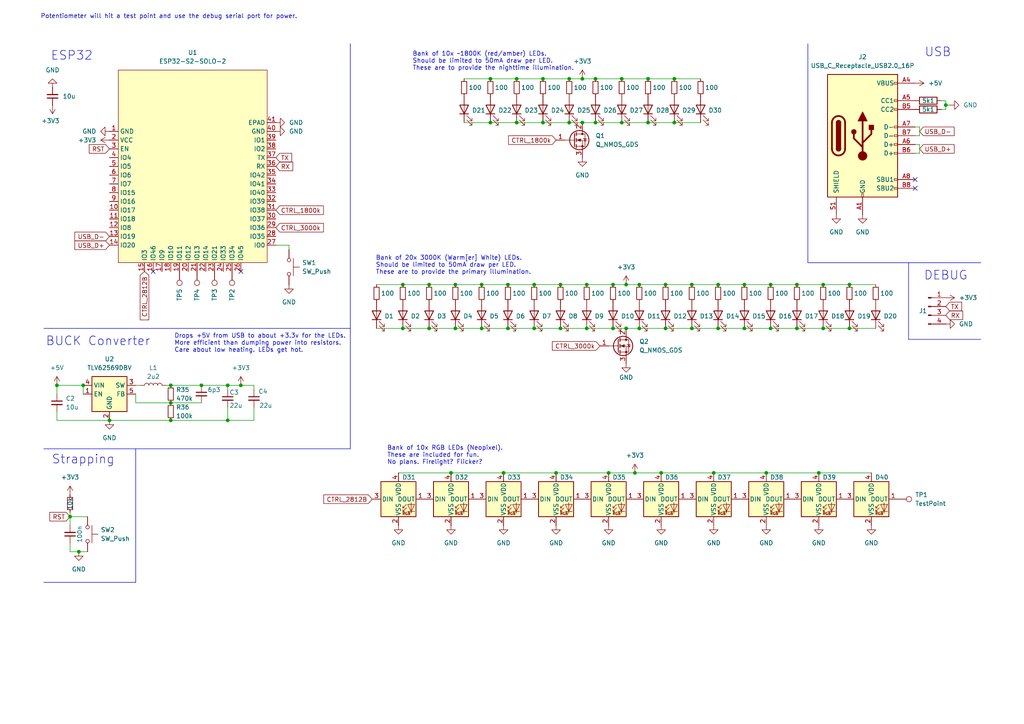
<source format=kicad_sch>
(kicad_sch (version 20231120) (generator "eeschema") (generator_version "8.0")
  (paper "A4")
  (junction (at 157.48 35.56))
  (junction (at 149.86 35.56))
  (junction (at 185.42 82.55))
  (junction (at 66.04 111.76))
  (junction (at 200.66 82.55))
  (junction (at 195.58 35.56))
  (junction (at 161.29 137.16))
  (junction (at 142.24 22.86))
  (junction (at 187.96 35.56))
  (junction (at 31.75 121.92))
  (junction (at 181.61 82.55))
  (junction (at 180.34 35.56))
  (junction (at 69.85 111.76))
  (junction (at 162.56 95.25))
  (junction (at 49.53 121.92))
  (junction (at 195.58 22.86))
  (junction (at 176.53 137.16))
  (junction (at 124.46 95.25))
  (junction (at 187.96 22.86))
  (junction (at 132.08 82.55))
  (junction (at 16.51 111.76))
  (junction (at 181.61 95.25))
  (junction (at 223.52 82.55))
  (junction (at 185.42 95.25))
  (junction (at 124.46 82.55))
  (junction (at 154.94 82.55))
  (junction (at 215.9 82.55))
  (junction (at 177.8 95.25))
  (junction (at 116.84 95.25))
  (junction (at 132.08 95.25))
  (junction (at 157.48 22.86))
  (junction (at 184.15 137.16))
  (junction (at 200.66 95.25))
  (junction (at 168.91 35.56))
  (junction (at 172.72 35.56))
  (junction (at 20.32 149.86))
  (junction (at 147.32 82.55))
  (junction (at 139.7 82.55))
  (junction (at 22.86 160.02))
  (junction (at 24.13 111.76))
  (junction (at 154.94 95.25))
  (junction (at 246.38 82.55))
  (junction (at 170.18 95.25))
  (junction (at 170.18 82.55))
  (junction (at 223.52 95.25))
  (junction (at 231.14 95.25))
  (junction (at 208.28 95.25))
  (junction (at 130.81 137.16))
  (junction (at 191.77 137.16))
  (junction (at 149.86 22.86))
  (junction (at 165.1 22.86))
  (junction (at 49.53 116.84))
  (junction (at 231.14 82.55))
  (junction (at 238.76 95.25))
  (junction (at 177.8 82.55))
  (junction (at 162.56 82.55))
  (junction (at 207.01 137.16))
  (junction (at 49.53 111.76))
  (junction (at 146.05 137.16))
  (junction (at 147.32 95.25))
  (junction (at 222.25 137.16))
  (junction (at 168.91 22.86))
  (junction (at 208.28 82.55))
  (junction (at 274.32 30.48))
  (junction (at 116.84 82.55))
  (junction (at 238.76 82.55))
  (junction (at 193.04 95.25))
  (junction (at 193.04 82.55))
  (junction (at 180.34 22.86))
  (junction (at 246.38 95.25))
  (junction (at 139.7 95.25))
  (junction (at 165.1 35.56))
  (junction (at 66.04 121.92))
  (junction (at 172.72 22.86))
  (junction (at 237.49 137.16))
  (junction (at 142.24 35.56))
  (junction (at 58.42 111.76))
  (junction (at 215.9 95.25))
  (no_connect (at 69.85 78.74))
  (no_connect (at 44.45 78.74))
  (no_connect (at 265.43 52.07))
  (no_connect (at 265.43 54.61))
  (polyline (pts (xy 234.315 76.2) (xy 284.48 76.2)))
  (wire (pts (xy 149.86 35.56) (xy 157.48 35.56)))
  (wire (pts (xy 157.48 22.86) (xy 165.1 22.86)))
  (wire (pts (xy 274.32 29.21) (xy 274.32 30.48)))
  (wire (pts (xy 195.58 35.56) (xy 203.2 35.56)))
  (wire (pts (xy 273.05 29.21) (xy 274.32 29.21)))
  (wire (pts (xy 223.52 82.55) (xy 231.14 82.55)))
  (wire (pts (xy 274.32 30.48) (xy 275.59 30.48)))
  (wire (pts (xy 66.04 118.11) (xy 66.04 121.92)))
  (polyline (pts (xy 101.6 12.7) (xy 101.6 95.25)))
  (wire (pts (xy 193.04 95.25) (xy 200.66 95.25)))
  (wire (pts (xy 20.32 148.59) (xy 20.32 149.86)))
  (wire (pts (xy 181.61 95.25) (xy 185.42 95.25)))
  (wire (pts (xy 187.96 22.86) (xy 195.58 22.86)))
  (wire (pts (xy 207.01 137.16) (xy 222.25 137.16)))
  (wire (pts (xy 200.66 82.55) (xy 208.28 82.55)))
  (wire (pts (xy 193.04 82.55) (xy 200.66 82.55)))
  (wire (pts (xy 16.51 119.38) (xy 16.51 121.92)))
  (wire (pts (xy 109.22 95.25) (xy 116.84 95.25)))
  (polyline (pts (xy 39.37 130.175) (xy 39.37 168.91)))
  (wire (pts (xy 130.81 137.16) (xy 146.05 137.16)))
  (polyline (pts (xy 263.525 98.425) (xy 263.525 76.2)))
  (wire (pts (xy 73.66 121.92) (xy 66.04 121.92)))
  (wire (pts (xy 20.32 149.86) (xy 25.4 149.86)))
  (wire (pts (xy 237.49 137.16) (xy 252.73 137.16)))
  (wire (pts (xy 134.62 22.86) (xy 142.24 22.86)))
  (wire (pts (xy 266.7 36.83) (xy 266.7 39.37)))
  (wire (pts (xy 177.8 82.55) (xy 181.61 82.55)))
  (wire (pts (xy 208.28 95.25) (xy 215.9 95.25)))
  (wire (pts (xy 146.05 137.16) (xy 161.29 137.16)))
  (polyline (pts (xy 284.48 98.425) (xy 263.525 98.425)))
  (wire (pts (xy 273.05 31.75) (xy 274.32 31.75)))
  (wire (pts (xy 266.7 39.37) (xy 265.43 39.37)))
  (wire (pts (xy 24.13 111.76) (xy 24.13 114.3)))
  (wire (pts (xy 124.46 82.55) (xy 132.08 82.55)))
  (wire (pts (xy 20.32 160.02) (xy 22.86 160.02)))
  (wire (pts (xy 200.66 95.25) (xy 208.28 95.25)))
  (wire (pts (xy 16.51 111.76) (xy 24.13 111.76)))
  (wire (pts (xy 162.56 82.55) (xy 170.18 82.55)))
  (wire (pts (xy 73.66 118.11) (xy 73.66 121.92)))
  (wire (pts (xy 162.56 95.25) (xy 170.18 95.25)))
  (wire (pts (xy 147.32 95.25) (xy 154.94 95.25)))
  (wire (pts (xy 69.85 111.76) (xy 66.04 111.76)))
  (wire (pts (xy 115.57 137.16) (xy 130.81 137.16)))
  (wire (pts (xy 172.72 22.86) (xy 180.34 22.86)))
  (wire (pts (xy 154.94 82.55) (xy 162.56 82.55)))
  (wire (pts (xy 238.76 95.25) (xy 246.38 95.25)))
  (wire (pts (xy 39.37 116.84) (xy 49.53 116.84)))
  (polyline (pts (xy 12.7 168.91) (xy 39.37 168.91)))
  (wire (pts (xy 134.62 35.56) (xy 142.24 35.56)))
  (wire (pts (xy 184.15 137.16) (xy 191.77 137.16)))
  (wire (pts (xy 208.28 82.55) (xy 215.9 82.55)))
  (wire (pts (xy 142.24 22.86) (xy 149.86 22.86)))
  (wire (pts (xy 149.86 22.86) (xy 157.48 22.86)))
  (wire (pts (xy 16.51 114.3) (xy 16.51 111.76)))
  (wire (pts (xy 187.96 35.56) (xy 195.58 35.56)))
  (wire (pts (xy 49.53 121.92) (xy 66.04 121.92)))
  (polyline (pts (xy 101.6 95.25) (xy 101.6 130.175)))
  (wire (pts (xy 265.43 44.45) (xy 266.7 44.45)))
  (wire (pts (xy 215.9 95.25) (xy 223.52 95.25)))
  (wire (pts (xy 132.08 95.25) (xy 139.7 95.25)))
  (wire (pts (xy 246.38 95.25) (xy 254 95.25)))
  (wire (pts (xy 238.76 82.55) (xy 246.38 82.55)))
  (wire (pts (xy 231.14 82.55) (xy 238.76 82.55)))
  (wire (pts (xy 222.25 137.16) (xy 237.49 137.16)))
  (wire (pts (xy 191.77 137.16) (xy 207.01 137.16)))
  (wire (pts (xy 142.24 35.56) (xy 149.86 35.56)))
  (wire (pts (xy 246.38 82.55) (xy 254 82.55)))
  (wire (pts (xy 154.94 95.25) (xy 162.56 95.25)))
  (wire (pts (xy 170.18 82.55) (xy 177.8 82.55)))
  (wire (pts (xy 31.75 121.92) (xy 49.53 121.92)))
  (wire (pts (xy 165.1 35.56) (xy 168.91 35.56)))
  (polyline (pts (xy 12.7 130.175) (xy 101.6 130.175)))
  (wire (pts (xy 157.48 35.56) (xy 165.1 35.56)))
  (wire (pts (xy 180.34 22.86) (xy 187.96 22.86)))
  (wire (pts (xy 83.82 72.39) (xy 83.82 71.12)))
  (wire (pts (xy 16.51 121.92) (xy 31.75 121.92)))
  (wire (pts (xy 132.08 82.55) (xy 139.7 82.55)))
  (wire (pts (xy 231.14 95.25) (xy 238.76 95.25)))
  (wire (pts (xy 139.7 82.55) (xy 147.32 82.55)))
  (wire (pts (xy 274.32 31.75) (xy 274.32 30.48)))
  (wire (pts (xy 66.04 111.76) (xy 66.04 113.03)))
  (wire (pts (xy 73.66 113.03) (xy 73.66 111.76)))
  (wire (pts (xy 49.53 111.76) (xy 58.42 111.76)))
  (wire (pts (xy 116.84 82.55) (xy 124.46 82.55)))
  (wire (pts (xy 124.46 95.25) (xy 132.08 95.25)))
  (wire (pts (xy 215.9 82.55) (xy 223.52 82.55)))
  (wire (pts (xy 22.86 160.02) (xy 25.4 160.02)))
  (wire (pts (xy 177.8 95.25) (xy 181.61 95.25)))
  (wire (pts (xy 185.42 82.55) (xy 193.04 82.55)))
  (wire (pts (xy 83.82 71.12) (xy 80.01 71.12)))
  (wire (pts (xy 223.52 95.25) (xy 231.14 95.25)))
  (wire (pts (xy 58.42 111.76) (xy 66.04 111.76)))
  (wire (pts (xy 147.32 82.55) (xy 154.94 82.55)))
  (wire (pts (xy 165.1 22.86) (xy 168.91 22.86)))
  (wire (pts (xy 39.37 114.3) (xy 39.37 116.84)))
  (wire (pts (xy 139.7 95.25) (xy 147.32 95.25)))
  (wire (pts (xy 170.18 95.25) (xy 177.8 95.25)))
  (wire (pts (xy 116.84 95.25) (xy 124.46 95.25)))
  (wire (pts (xy 185.42 95.25) (xy 193.04 95.25)))
  (wire (pts (xy 49.53 116.84) (xy 58.42 116.84)))
  (wire (pts (xy 168.91 35.56) (xy 172.72 35.56)))
  (wire (pts (xy 181.61 82.55) (xy 185.42 82.55)))
  (wire (pts (xy 168.91 22.86) (xy 172.72 22.86)))
  (wire (pts (xy 48.26 111.76) (xy 49.53 111.76)))
  (wire (pts (xy 265.43 41.91) (xy 266.7 41.91)))
  (wire (pts (xy 265.43 36.83) (xy 266.7 36.83)))
  (wire (pts (xy 195.58 22.86) (xy 203.2 22.86)))
  (wire (pts (xy 266.7 41.91) (xy 266.7 44.45)))
  (polyline (pts (xy 12.7 95.25) (xy 101.6 95.25)))
  (wire (pts (xy 161.29 137.16) (xy 176.53 137.16)))
  (wire (pts (xy 20.32 149.86) (xy 20.32 152.4)))
  (wire (pts (xy 109.22 82.55) (xy 116.84 82.55)))
  (wire (pts (xy 180.34 35.56) (xy 187.96 35.56)))
  (polyline (pts (xy 234.315 12.7) (xy 234.315 76.2)))
  (wire (pts (xy 20.32 157.48) (xy 20.32 160.02)))
  (wire (pts (xy 172.72 35.56) (xy 180.34 35.56)))
  (wire (pts (xy 73.66 111.76) (xy 69.85 111.76)))
  (wire (pts (xy 39.37 111.76) (xy 40.64 111.76)))
  (wire (pts (xy 176.53 137.16) (xy 184.15 137.16)))
  (text "Strapping" (at 24.13 133.35 0) (effects (font (size 2.54 2.54))))
  (text "Drops +5V from USB to about +3.3v for the LEDs.\nMore efficient than dumping power into resistors.\nCare about low heating. LEDs get hot." (at 50.546 99.568 0) (effects (font (size 1.27 1.27)) (justify left)))
  (text "Bank of 20x 3000K (Warm[er] White) LEDs.\nShould be limited to 50mA draw per LED.\nThese are to provide the primary illumination." (at 108.966 76.962 0) (effects (font (size 1.27 1.27)) (justify left)))
  (text "USB" (at 272.034 15.24 0) (effects (font (size 2.54 2.54))))
  (text "BUCK Converter" (at 28.448 99.06 0) (effects (font (size 2.54 2.54))))
  (text "ESP32" (at 20.828 16.256 0) (effects (font (size 2.54 2.54))))
  (text "DEBUG" (at 274.32 80.01 0) (effects (font (size 2.54 2.54))))
  (text "Bank of 10x ~1800K (red/amber) LEDs.\nShould be limited to 50mA draw per LED.\nThese are to provide the nighttime illumination." (at 119.634 17.78 0) (effects (font (size 1.27 1.27)) (justify left)))
  (text "Bank of 10x RGB LEDs (Neopixel).\nThese are included for fun.\nNo plans. Firelight? Flicker?" (at 112.268 132.08 0) (effects (font (size 1.27 1.27)) (justify left)))
  (text "Potentiometer will hit a test point and use the debug serial port for power." (at 49.022 4.826 0) (effects (font (size 1.27 1.27))))
  (global_label "USB_D+" (shape input) (at 266.7 43.18 0) (property "Intersheetrefs" "${INTERSHEET_REFS}" (effects (hide yes))))
  (global_label "USB_D+" (shape input) (at 31.75 71.12 180) (property "Intersheetrefs" "${INTERSHEET_REFS}" (effects (hide yes))))
  (global_label "RST" (shape input) (at 31.75 43.18 180) (property "Intersheetrefs" "${INTERSHEET_REFS}" (effects (hide yes))))
  (global_label "CTRL_1800k" (shape input) (at 161.29 40.64 180) (property "Intersheetrefs" "${INTERSHEET_REFS}" (effects (hide yes))))
  (global_label "RST" (shape input) (at 20.32 149.86 180) (property "Intersheetrefs" "${INTERSHEET_REFS}" (effects (hide yes))))
  (global_label "TX" (shape input) (at 274.32 88.9 0) (property "Intersheetrefs" "${INTERSHEET_REFS}" (effects (hide yes))))
  (global_label "USB_D-" (shape input) (at 31.75 68.58 180) (property "Intersheetrefs" "${INTERSHEET_REFS}" (effects (hide yes))))
  (global_label "CTRL_2812B" (shape input) (at 41.91 78.74 270) (property "Intersheetrefs" "${INTERSHEET_REFS}" (effects (hide yes))))
  (global_label "RX" (shape input) (at 80.01 48.26 0) (property "Intersheetrefs" "${INTERSHEET_REFS}" (effects (hide yes))))
  (global_label "CTRL_1800k" (shape input) (at 80.01 60.96 0) (property "Intersheetrefs" "${INTERSHEET_REFS}" (effects (hide yes))))
  (global_label "CTRL_3000k" (shape input) (at 173.99 100.33 180) (property "Intersheetrefs" "${INTERSHEET_REFS}" (effects (hide yes))))
  (global_label "TX" (shape input) (at 80.01 45.72 0) (property "Intersheetrefs" "${INTERSHEET_REFS}" (effects (hide yes))))
  (global_label "CTRL_3000k" (shape input) (at 80.01 66.04 0) (property "Intersheetrefs" "${INTERSHEET_REFS}" (effects (hide yes))))
  (global_label "CTRL_2812B" (shape input) (at 107.95 144.78 180) (property "Intersheetrefs" "${INTERSHEET_REFS}" (effects (hide yes))))
  (global_label "RX" (shape input) (at 274.32 91.44 0) (property "Intersheetrefs" "${INTERSHEET_REFS}" (effects (hide yes))))
  (global_label "USB_D-" (shape input) (at 266.7 38.1 0) (property "Intersheetrefs" "${INTERSHEET_REFS}" (effects (hide yes))))
  (symbol (lib_id "Device:LED") (at 165.1 31.75 90) (unit 1)
    (property "Reference" "D25" (at 167.386 32.004 90) (effects (justify right)))
    (property "Value" "LED" (effects (hide yes)))
    (property "Footprint" "LED_SMD:LED_PLCC_2835" (effects (hide yes)))
    (property "Description" "Light emitting diode" (effects (hide yes)))
  )
  (symbol (lib_id "power:+3V3") (at 20.32 143.51 0) (unit 1)
    (property "Reference" "#PWR016" (effects (hide yes)))
    (property "Value" "+3V3" (at 20.32 138.43 0))
    (property "Description" "Power symbol creates a global label with name \"+3V3\"" (effects (hide yes)))
  )
  (symbol (lib_id "Device:R_Small") (at 195.58 25.4 0) (unit 1)
    (property "Reference" "R33" (effects (hide yes)))
    (property "Value" "100" (at 196.85 25.4 0) (effects (justify left)))
    (property "Footprint" "Resistor_SMD:R_0603_1608Metric" (effects (hide yes)))
    (property "Description" "Resistor, small symbol" (effects (hide yes)))
  )
  (symbol (lib_id "power:GND") (at 181.61 105.41 0) (unit 1)
    (property "Reference" "#PWR013" (effects (hide yes)))
    (property "Value" "GND" (at 181.61 109.474 0))
    (property "Description" "Power symbol creates a global label with name \"GND\" , ground" (effects (hide yes)))
  )
  (symbol (lib_id "Device:R") (at 269.24 31.75 90) (unit 1)
    (property "Reference" "R3" (effects (hide yes)))
    (property "Value" "5k1" (at 269.24 31.75 90))
    (property "Footprint" "Resistor_SMD:R_0603_1608Metric" (effects (hide yes)))
    (property "Description" "Resistor" (effects (hide yes)))
  )
  (symbol (lib_id "Device:R_Small") (at 185.42 85.09 0) (unit 1)
    (property "Reference" "R15" (effects (hide yes)))
    (property "Value" "100" (at 186.69 85.09 0) (effects (justify left)))
    (property "Footprint" "Resistor_SMD:R_0603_1608Metric" (effects (hide yes)))
    (property "Description" "Resistor, small symbol" (effects (hide yes)))
  )
  (symbol (lib_id "Device:R_Small") (at 187.96 25.4 0) (unit 1)
    (property "Reference" "R32" (effects (hide yes)))
    (property "Value" "100" (at 189.23 25.4 0) (effects (justify left)))
    (property "Footprint" "Resistor_SMD:R_0603_1608Metric" (effects (hide yes)))
    (property "Description" "Resistor, small symbol" (effects (hide yes)))
  )
  (symbol (lib_id "power:GND") (at 252.73 152.4 0) (unit 1)
    (property "Reference" "#PWR035" (effects (hide yes)))
    (property "Value" "GND" (at 252.73 157.48 0))
    (property "Description" "Power symbol creates a global label with name \"GND\" , ground" (effects (hide yes)))
  )
  (symbol (lib_id "power:GND") (at 161.29 152.4 0) (unit 1)
    (property "Reference" "#PWR023" (effects (hide yes)))
    (property "Value" "GND" (at 161.29 157.48 0))
    (property "Description" "Power symbol creates a global label with name \"GND\" , ground" (effects (hide yes)))
  )
  (symbol (lib_id "LED:WS2812B-2020") (at 237.49 144.78 0) (unit 1)
    (property "Reference" "D39" (at 240.538 138.43 0))
    (property "Value" "WS2812B-2020" (effects (hide yes)))
    (property "Footprint" "LED_SMD:LED_WS2812B-2020_PLCC4_2.0x2.0mm" (effects (hide yes)))
    (property "Datasheet" "https://cdn-shop.adafruit.com/product-files/4684/4684_WS2812B-2020_V1.3_EN.pdf" (effects (hide yes)))
    (property "Description" "RGB LED with integrated controller, 2.0 x 2.0 mm, 12 mA" (effects (hide yes)))
  )
  (symbol (lib_id "Device:LED") (at 193.04 91.44 90) (unit 1)
    (property "Reference" "D12" (at 195.326 91.694 90) (effects (justify right)))
    (property "Value" "LED" (effects (hide yes)))
    (property "Footprint" "LED_SMD:LED_PLCC_2835" (effects (hide yes)))
    (property "Description" "Light emitting diode" (effects (hide yes)))
  )
  (symbol (lib_id "Device:R_Small") (at 215.9 85.09 0) (unit 1)
    (property "Reference" "R19" (effects (hide yes)))
    (property "Value" "100" (at 217.17 85.09 0) (effects (justify left)))
    (property "Footprint" "Resistor_SMD:R_0603_1608Metric" (effects (hide yes)))
    (property "Description" "Resistor, small symbol" (effects (hide yes)))
  )
  (symbol (lib_id "LED:WS2812B-2020") (at 146.05 144.78 0) (unit 1)
    (property "Reference" "D33" (at 149.098 138.43 0))
    (property "Value" "WS2812B-2020" (effects (hide yes)))
    (property "Footprint" "LED_SMD:LED_WS2812B-2020_PLCC4_2.0x2.0mm" (effects (hide yes)))
    (property "Datasheet" "https://cdn-shop.adafruit.com/product-files/4684/4684_WS2812B-2020_V1.3_EN.pdf" (effects (hide yes)))
    (property "Description" "RGB LED with integrated controller, 2.0 x 2.0 mm, 12 mA" (effects (hide yes)))
  )
  (symbol (lib_id "Device:C_Small") (at 16.51 116.84 0) (unit 1)
    (property "Reference" "C2" (at 19.05 115.5762 0) (effects (justify left)))
    (property "Value" "10u" (at 19.05 118.1162 0) (effects (justify left)))
    (property "Footprint" "Capacitor_SMD:C_0603_1608Metric" (effects (hide yes)))
    (property "Description" "Unpolarized capacitor, small symbol" (effects (hide yes)))
  )
  (symbol (lib_id "Device:LED") (at 157.48 31.75 90) (unit 1)
    (property "Reference" "D24" (at 159.766 32.004 90) (effects (justify right)))
    (property "Value" "LED" (effects (hide yes)))
    (property "Footprint" "LED_SMD:LED_PLCC_2835" (effects (hide yes)))
    (property "Description" "Light emitting diode" (effects (hide yes)))
  )
  (symbol (lib_id "Switch:SW_Push") (at 25.4 154.94 270) (unit 1)
    (property "Reference" "SW2" (at 29.21 153.6699 90) (effects (justify left)))
    (property "Value" "SW_Push" (at 29.21 156.2099 90) (effects (justify left)))
    (property "Footprint" "Button_Switch_SMD:SW_SPST_SKQG_WithStem" (effects (hide yes)))
    (property "Description" "Push button switch, generic, two pins" (effects (hide yes)))
  )
  (symbol (lib_id "power:+3V3") (at 168.91 22.86 0) (unit 1)
    (property "Reference" "#PWR040" (effects (hide yes)))
    (property "Value" "+3V3" (at 168.91 17.78 0))
    (property "Description" "Power symbol creates a global label with name \"+3V3\"" (effects (hide yes)))
  )
  (symbol (lib_id "Device:LED") (at 238.76 91.44 90) (unit 1)
    (property "Reference" "D18" (at 241.046 91.694 90) (effects (justify right)))
    (property "Value" "LED" (effects (hide yes)))
    (property "Footprint" "LED_SMD:LED_PLCC_2835" (effects (hide yes)))
    (property "Description" "Light emitting diode" (effects (hide yes)))
  )
  (symbol (lib_id "Device:LED") (at 200.66 91.44 90) (unit 1)
    (property "Reference" "D13" (at 202.946 91.694 90) (effects (justify right)))
    (property "Value" "LED" (effects (hide yes)))
    (property "Footprint" "LED_SMD:LED_PLCC_2835" (effects (hide yes)))
    (property "Description" "Light emitting diode" (effects (hide yes)))
  )
  (symbol (lib_id "power:GND") (at 250.19 62.23 0) (unit 1)
    (property "Reference" "#PWR010" (effects (hide yes)))
    (property "Value" "GND" (at 250.19 67.31 0))
    (property "Description" "Power symbol creates a global label with name \"GND\" , ground" (effects (hide yes)))
  )
  (symbol (lib_id "Device:R_Small") (at 109.22 85.09 0) (unit 1)
    (property "Reference" "R5" (effects (hide yes)))
    (property "Value" "100" (at 110.49 85.09 0) (effects (justify left)))
    (property "Footprint" "Resistor_SMD:R_0603_1608Metric" (effects (hide yes)))
    (property "Description" "Resistor, small symbol" (effects (hide yes)))
  )
  (symbol (lib_id "Device:R_Small") (at 172.72 25.4 0) (unit 1)
    (property "Reference" "R30" (effects (hide yes)))
    (property "Value" "100" (at 173.99 25.4 0) (effects (justify left)))
    (property "Footprint" "Resistor_SMD:R_0603_1608Metric" (effects (hide yes)))
    (property "Description" "Resistor, small symbol" (effects (hide yes)))
  )
  (symbol (lib_id "Device:R_Small") (at 246.38 85.09 0) (unit 1)
    (property "Reference" "R23" (effects (hide yes)))
    (property "Value" "100" (at 247.65 85.09 0) (effects (justify left)))
    (property "Footprint" "Resistor_SMD:R_0603_1608Metric" (effects (hide yes)))
    (property "Description" "Resistor, small symbol" (effects (hide yes)))
  )
  (symbol (lib_id "Device:R_Small") (at 165.1 25.4 0) (unit 1)
    (property "Reference" "R29" (effects (hide yes)))
    (property "Value" "100" (at 166.37 25.4 0) (effects (justify left)))
    (property "Footprint" "Resistor_SMD:R_0603_1608Metric" (effects (hide yes)))
    (property "Description" "Resistor, small symbol" (effects (hide yes)))
  )
  (symbol (lib_id "Device:C_Small") (at 20.32 154.94 180) (unit 1)
    (property "Reference" "C1" (effects (hide yes)))
    (property "Value" "100n" (at 23.114 154.94 90))
    (property "Footprint" "Capacitor_SMD:C_0402_1005Metric" (effects (hide yes)))
    (property "Description" "Unpolarized capacitor, small symbol" (effects (hide yes)))
  )
  (symbol (lib_id "power:+3V3") (at 181.61 82.55 0) (unit 1)
    (property "Reference" "#PWR039" (effects (hide yes)))
    (property "Value" "+3V3" (at 181.61 77.47 0))
    (property "Description" "Power symbol creates a global label with name \"+3V3\"" (effects (hide yes)))
  )
  (symbol (lib_id "Device:C_Small") (at 58.42 114.3 0) (unit 1)
    (property "Reference" "C5" (effects (hide yes)))
    (property "Value" "6p3" (at 60.198 113.03 0) (effects (justify left)))
    (property "Footprint" "Capacitor_SMD:C_0402_1005Metric" (effects (hide yes)))
    (property "Description" "Unpolarized capacitor, small symbol" (effects (hide yes)))
  )
  (symbol (lib_id "Device:LED") (at 203.2 31.75 90) (unit 1)
    (property "Reference" "D30" (at 205.486 32.004 90) (effects (justify right)))
    (property "Value" "LED" (effects (hide yes)))
    (property "Footprint" "LED_SMD:LED_PLCC_2835" (effects (hide yes)))
    (property "Description" "Light emitting diode" (effects (hide yes)))
  )
  (symbol (lib_id "Connector:USB_C_Receptacle_USB2.0_16P") (at 250.19 39.37 0) (unit 1)
    (property "Reference" "J2" (at 250.19 16.51 0))
    (property "Value" "USB_C_Receptacle_USB2.0_16P" (at 250.19 19.05 0))
    (property "Footprint" "USB_Connector_Custom:XKB_U263-14XN-5XQC14" (effects (hide yes)))
    (property "Datasheet" "https://www.usb.org/sites/default/files/documents/usb_type-c.zip" (effects (hide yes)))
    (property "Description" "USB 2.0-only 16P Type-C Receptacle connector" (effects (hide yes)))
  )
  (symbol (lib_id "Device:R_Small") (at 208.28 85.09 0) (unit 1)
    (property "Reference" "R18" (effects (hide yes)))
    (property "Value" "100" (at 209.55 85.09 0) (effects (justify left)))
    (property "Footprint" "Resistor_SMD:R_0603_1608Metric" (effects (hide yes)))
    (property "Description" "Resistor, small symbol" (effects (hide yes)))
  )
  (symbol (lib_id "Connector:Conn_01x04_Pin") (at 269.24 88.9 0) (unit 1)
    (property "Reference" "J1" (at 267.716 90.17 0))
    (property "Value" "Conn_01x04_Pin" (effects (hide yes)))
    (property "Footprint" "Connector_PinHeader_2.54mm:PinHeader_1x04_P2.54mm_Vertical" (effects (hide yes)))
    (property "Description" "Generic connector, single row, 01x04, script generated" (effects (hide yes)))
  )
  (symbol (lib_id "power:GND") (at 191.77 152.4 0) (unit 1)
    (property "Reference" "#PWR027" (effects (hide yes)))
    (property "Value" "GND" (at 191.77 157.48 0))
    (property "Description" "Power symbol creates a global label with name \"GND\" , ground" (effects (hide yes)))
  )
  (symbol (lib_id "power:GND") (at 207.01 152.4 0) (unit 1)
    (property "Reference" "#PWR029" (effects (hide yes)))
    (property "Value" "GND" (at 207.01 157.48 0))
    (property "Description" "Power symbol creates a global label with name \"GND\" , ground" (effects (hide yes)))
  )
  (symbol (lib_id "Device:LED") (at 177.8 91.44 90) (unit 1)
    (property "Reference" "D10" (at 180.086 91.694 90) (effects (justify right)))
    (property "Value" "LED" (effects (hide yes)))
    (property "Footprint" "LED_SMD:LED_PLCC_2835" (effects (hide yes)))
    (property "Description" "Light emitting diode" (effects (hide yes)))
  )
  (symbol (lib_id "LED:WS2812B-2020") (at 115.57 144.78 0) (unit 1)
    (property "Reference" "D31" (at 118.618 138.43 0))
    (property "Value" "WS2812B-2020" (effects (hide yes)))
    (property "Footprint" "LED_SMD:LED_WS2812B-2020_PLCC4_2.0x2.0mm" (effects (hide yes)))
    (property "Datasheet" "https://cdn-shop.adafruit.com/product-files/4684/4684_WS2812B-2020_V1.3_EN.pdf" (effects (hide yes)))
    (property "Description" "RGB LED with integrated controller, 2.0 x 2.0 mm, 12 mA" (effects (hide yes)))
  )
  (symbol (lib_id "Device:R_Small") (at 20.32 146.05 180) (unit 1)
    (property "Reference" "R1" (effects (hide yes)))
    (property "Value" "10k" (at 20.32 146.05 90))
    (property "Footprint" "Resistor_SMD:R_0603_1608Metric" (effects (hide yes)))
    (property "Description" "Resistor, small symbol" (effects (hide yes)))
  )
  (symbol (lib_id "Device:R_Small") (at 177.8 85.09 0) (unit 1)
    (property "Reference" "R14" (effects (hide yes)))
    (property "Value" "100" (at 179.07 85.09 0) (effects (justify left)))
    (property "Footprint" "Resistor_SMD:R_0603_1608Metric" (effects (hide yes)))
    (property "Description" "Resistor, small symbol" (effects (hide yes)))
  )
  (symbol (lib_id "Device:LED") (at 124.46 91.44 90) (unit 1)
    (property "Reference" "D3" (at 126.746 91.694 90) (effects (justify right)))
    (property "Value" "LED" (effects (hide yes)))
    (property "Footprint" "LED_SMD:LED_PLCC_2835" (effects (hide yes)))
    (property "Description" "Light emitting diode" (effects (hide yes)))
  )
  (symbol (lib_id "LED:WS2812B-2020") (at 207.01 144.78 0) (unit 1)
    (property "Reference" "D37" (at 210.058 138.43 0))
    (property "Value" "WS2812B-2020" (effects (hide yes)))
    (property "Footprint" "LED_SMD:LED_WS2812B-2020_PLCC4_2.0x2.0mm" (effects (hide yes)))
    (property "Datasheet" "https://cdn-shop.adafruit.com/product-files/4684/4684_WS2812B-2020_V1.3_EN.pdf" (effects (hide yes)))
    (property "Description" "RGB LED with integrated controller, 2.0 x 2.0 mm, 12 mA" (effects (hide yes)))
  )
  (symbol (lib_id "Device:R_Small") (at 223.52 85.09 0) (unit 1)
    (property "Reference" "R20" (effects (hide yes)))
    (property "Value" "100" (at 224.79 85.09 0) (effects (justify left)))
    (property "Footprint" "Resistor_SMD:R_0603_1608Metric" (effects (hide yes)))
    (property "Description" "Resistor, small symbol" (effects (hide yes)))
  )
  (symbol (lib_id "power:+3V3") (at 15.24 30.48 180) (unit 1)
    (property "Reference" "#PWR020" (effects (hide yes)))
    (property "Value" "+3V3" (at 17.272 35.052 0) (effects (justify left)))
    (property "Description" "Power symbol creates a global label with name \"+3V3\"" (effects (hide yes)))
  )
  (symbol (lib_id "Device:LED") (at 180.34 31.75 90) (unit 1)
    (property "Reference" "D27" (at 182.626 32.004 90) (effects (justify right)))
    (property "Value" "LED" (effects (hide yes)))
    (property "Footprint" "LED_SMD:LED_PLCC_2835" (effects (hide yes)))
    (property "Description" "Light emitting diode" (effects (hide yes)))
  )
  (symbol (lib_id "Device:C_Small") (at 73.66 115.57 0) (unit 1)
    (property "Reference" "C4" (at 74.93 113.538 0) (effects (justify left)))
    (property "Value" "22u" (at 75.184 117.602 0) (effects (justify left)))
    (property "Footprint" "Capacitor_SMD:C_0805_2012Metric" (effects (hide yes)))
    (property "Description" "Unpolarized capacitor, small symbol" (effects (hide yes)))
  )
  (symbol (lib_id "Regulator_Switching:TLV62569DBV") (at 31.75 114.3 0) (unit 1)
    (property "Reference" "U2" (at 31.75 104.14 0))
    (property "Value" "TLV62569DBV" (at 31.75 106.68 0))
    (property "Footprint" "Package_TO_SOT_SMD:SOT-23-5" (effects (hide yes)))
    (property "Datasheet" "http://www.ti.com/lit/ds/symlink/tlv62569.pdf" (effects (hide yes)))
    (property "Description" "High Efficiency Synchronous Buck Converter, Adjustable Output 0.6V-5.5V, 2A, SOT-23-5" (effects (hide yes)))
  )
  (symbol (lib_id "Device:LED") (at 195.58 31.75 90) (unit 1)
    (property "Reference" "D29" (at 197.866 32.004 90) (effects (justify right)))
    (property "Value" "LED" (effects (hide yes)))
    (property "Footprint" "LED_SMD:LED_PLCC_2835" (effects (hide yes)))
    (property "Description" "Light emitting diode" (effects (hide yes)))
  )
  (symbol (lib_id "Device:Q_NMOS_GDS") (at 179.07 100.33 0) (unit 1)
    (property "Reference" "Q2" (at 185.42 99.0599 0) (effects (justify left)))
    (property "Value" "Q_NMOS_GDS" (at 185.42 101.5999 0) (effects (justify left)))
    (property "Footprint" "Package_TO_SOT_SMD:TO-252-2" (effects (hide yes)))
    (property "Description" "N-MOSFET transistor, gate/drain/source" (effects (hide yes)))
  )
  (symbol (lib_id "power:GND") (at 80.01 38.1 90) (unit 1)
    (property "Reference" "#PWR02" (effects (hide yes)))
    (property "Value" "GND" (at 83.82 38.0999 90) (effects (justify right)))
    (property "Description" "Power symbol creates a global label with name \"GND\" , ground" (effects (hide yes)))
  )
  (symbol (lib_id "Device:R_Small") (at 162.56 85.09 0) (unit 1)
    (property "Reference" "R12" (effects (hide yes)))
    (property "Value" "100" (at 163.83 85.09 0) (effects (justify left)))
    (property "Footprint" "Resistor_SMD:R_0603_1608Metric" (effects (hide yes)))
    (property "Description" "Resistor, small symbol" (effects (hide yes)))
  )
  (symbol (lib_id "Device:LED") (at 254 91.44 90) (unit 1)
    (property "Reference" "D20" (at 256.286 91.694 90) (effects (justify right)))
    (property "Value" "LED" (effects (hide yes)))
    (property "Footprint" "LED_SMD:LED_PLCC_2835" (effects (hide yes)))
    (property "Description" "Light emitting diode" (effects (hide yes)))
  )
  (symbol (lib_id "power:GND") (at 130.81 152.4 0) (unit 1)
    (property "Reference" "#PWR019" (effects (hide yes)))
    (property "Value" "GND" (at 130.81 157.48 0))
    (property "Description" "Power symbol creates a global label with name \"GND\" , ground" (effects (hide yes)))
  )
  (symbol (lib_id "power:GND") (at 115.57 152.4 0) (unit 1)
    (property "Reference" "#PWR017" (effects (hide yes)))
    (property "Value" "GND" (at 115.57 157.48 0))
    (property "Description" "Power symbol creates a global label with name \"GND\" , ground" (effects (hide yes)))
  )
  (symbol (lib_id "Device:R_Small") (at 200.66 85.09 0) (unit 1)
    (property "Reference" "R17" (effects (hide yes)))
    (property "Value" "100" (at 201.93 85.09 0) (effects (justify left)))
    (property "Footprint" "Resistor_SMD:R_0603_1608Metric" (effects (hide yes)))
    (property "Description" "Resistor, small symbol" (effects (hide yes)))
  )
  (symbol (lib_id "LED:WS2812B-2020") (at 191.77 144.78 0) (unit 1)
    (property "Reference" "D36" (at 194.818 138.43 0))
    (property "Value" "WS2812B-2020" (effects (hide yes)))
    (property "Footprint" "LED_SMD:LED_WS2812B-2020_PLCC4_2.0x2.0mm" (effects (hide yes)))
    (property "Datasheet" "https://cdn-shop.adafruit.com/product-files/4684/4684_WS2812B-2020_V1.3_EN.pdf" (effects (hide yes)))
    (property "Description" "RGB LED with integrated controller, 2.0 x 2.0 mm, 12 mA" (effects (hide yes)))
  )
  (symbol (lib_id "LED:WS2812B-2020") (at 176.53 144.78 0) (unit 1)
    (property "Reference" "D35" (at 179.578 138.43 0))
    (property "Value" "WS2812B-2020" (effects (hide yes)))
    (property "Footprint" "LED_SMD:LED_WS2812B-2020_PLCC4_2.0x2.0mm" (effects (hide yes)))
    (property "Datasheet" "https://cdn-shop.adafruit.com/product-files/4684/4684_WS2812B-2020_V1.3_EN.pdf" (effects (hide yes)))
    (property "Description" "RGB LED with integrated controller, 2.0 x 2.0 mm, 12 mA" (effects (hide yes)))
  )
  (symbol (lib_id "Connector:TestPoint") (at 62.23 78.74 180) (unit 1)
    (property "Reference" "TP3" (at 62.23 87.376 90) (effects (justify right)))
    (property "Value" "TestPoint" (effects (hide yes)))
    (property "Footprint" "TestPoint:TestPoint_Pad_D1.5mm" (effects (hide yes)))
    (property "Description" "test point" (effects (hide yes)))
  )
  (symbol (lib_id "Device:R_Small") (at 134.62 25.4 0) (unit 1)
    (property "Reference" "R25" (effects (hide yes)))
    (property "Value" "100" (at 135.89 25.4 0) (effects (justify left)))
    (property "Footprint" "Resistor_SMD:R_0603_1608Metric" (effects (hide yes)))
    (property "Description" "Resistor, small symbol" (effects (hide yes)))
  )
  (symbol (lib_id "Device:C_Small") (at 66.04 115.57 0) (unit 1)
    (property "Reference" "C3" (at 66.548 113.792 0) (effects (justify left)))
    (property "Value" "22u" (at 66.548 117.602 0) (effects (justify left)))
    (property "Footprint" "Capacitor_SMD:C_0805_2012Metric" (effects (hide yes)))
    (property "Description" "Unpolarized capacitor, small symbol" (effects (hide yes)))
  )
  (symbol (lib_id "Device:R_Small") (at 170.18 85.09 0) (unit 1)
    (property "Reference" "R13" (effects (hide yes)))
    (property "Value" "100" (at 171.45 85.09 0) (effects (justify left)))
    (property "Footprint" "Resistor_SMD:R_0603_1608Metric" (effects (hide yes)))
    (property "Description" "Resistor, small symbol" (effects (hide yes)))
  )
  (symbol (lib_id "Device:LED") (at 215.9 91.44 90) (unit 1)
    (property "Reference" "D15" (at 218.186 91.694 90) (effects (justify right)))
    (property "Value" "LED" (effects (hide yes)))
    (property "Footprint" "LED_SMD:LED_PLCC_2835" (effects (hide yes)))
    (property "Description" "Light emitting diode" (effects (hide yes)))
  )
  (symbol (lib_id "power:GND") (at 31.75 38.1 270) (unit 1)
    (property "Reference" "#PWR01" (effects (hide yes)))
    (property "Value" "GND" (at 27.94 38.0999 90) (effects (justify right)))
    (property "Description" "Power symbol creates a global label with name \"GND\" , ground" (effects (hide yes)))
  )
  (symbol (lib_id "power:+3V3") (at 184.15 137.16 0) (unit 1)
    (property "Reference" "#PWR014" (effects (hide yes)))
    (property "Value" "+3V3" (at 184.15 132.08 0))
    (property "Description" "Power symbol creates a global label with name \"+3V3\"" (effects (hide yes)))
  )
  (symbol (lib_id "Device:R_Small") (at 49.53 114.3 0) (unit 1)
    (property "Reference" "R35" (at 51.054 113.03 0) (effects (justify left)))
    (property "Value" "470k" (at 51.054 115.57 0) (effects (justify left)))
    (property "Footprint" "Resistor_SMD:R_0402_1005Metric" (effects (hide yes)))
    (property "Description" "Resistor, small symbol" (effects (hide yes)))
  )
  (symbol (lib_id "LED:WS2812B-2020") (at 252.73 144.78 0) (unit 1)
    (property "Reference" "D40" (at 255.778 138.43 0))
    (property "Value" "WS2812B-2020" (effects (hide yes)))
    (property "Footprint" "LED_SMD:LED_WS2812B-2020_PLCC4_2.0x2.0mm" (effects (hide yes)))
    (property "Datasheet" "https://cdn-shop.adafruit.com/product-files/4684/4684_WS2812B-2020_V1.3_EN.pdf" (effects (hide yes)))
    (property "Description" "RGB LED with integrated controller, 2.0 x 2.0 mm, 12 mA" (effects (hide yes)))
  )
  (symbol (lib_id "power:+3V3") (at 69.85 111.76 0) (unit 1)
    (property "Reference" "#PWR038" (effects (hide yes)))
    (property "Value" "+3V3" (at 69.85 106.68 0))
    (property "Description" "Power symbol creates a global label with name \"+3V3\"" (effects (hide yes)))
  )
  (symbol (lib_id "Device:R") (at 269.24 29.21 90) (unit 1)
    (property "Reference" "R2" (effects (hide yes)))
    (property "Value" "5k1" (at 269.24 29.21 90))
    (property "Footprint" "Resistor_SMD:R_0603_1608Metric" (effects (hide yes)))
    (property "Description" "Resistor" (effects (hide yes)))
  )
  (symbol (lib_id "Device:R_Small") (at 49.53 119.38 0) (unit 1)
    (property "Reference" "R36" (at 51.054 118.11 0) (effects (justify left)))
    (property "Value" "100k" (at 51.054 120.65 0) (effects (justify left)))
    (property "Footprint" "Resistor_SMD:R_0402_1005Metric" (effects (hide yes)))
    (property "Description" "Resistor, small symbol" (effects (hide yes)))
  )
  (symbol (lib_id "Connector:TestPoint") (at 67.31 78.74 180) (unit 1)
    (property "Reference" "TP2" (at 67.31 87.376 90) (effects (justify right)))
    (property "Value" "TestPoint" (effects (hide yes)))
    (property "Footprint" "TestPoint:TestPoint_Pad_D1.5mm" (effects (hide yes)))
    (property "Description" "test point" (effects (hide yes)))
  )
  (symbol (lib_id "Device:R_Small") (at 180.34 25.4 0) (unit 1)
    (property "Reference" "R31" (effects (hide yes)))
    (property "Value" "100" (at 181.61 25.4 0) (effects (justify left)))
    (property "Footprint" "Resistor_SMD:R_0603_1608Metric" (effects (hide yes)))
    (property "Description" "Resistor, small symbol" (effects (hide yes)))
  )
  (symbol (lib_id "Device:LED") (at 154.94 91.44 90) (unit 1)
    (property "Reference" "D7" (at 157.226 91.694 90) (effects (justify right)))
    (property "Value" "LED" (effects (hide yes)))
    (property "Footprint" "LED_SMD:LED_PLCC_2835" (effects (hide yes)))
    (property "Description" "Light emitting diode" (effects (hide yes)))
  )
  (symbol (lib_id "Device:R_Small") (at 238.76 85.09 0) (unit 1)
    (property "Reference" "R22" (effects (hide yes)))
    (property "Value" "100" (at 240.03 85.09 0) (effects (justify left)))
    (property "Footprint" "Resistor_SMD:R_0603_1608Metric" (effects (hide yes)))
    (property "Description" "Resistor, small symbol" (effects (hide yes)))
  )
  (symbol (lib_id "power:GND") (at 274.32 93.98 90) (unit 1)
    (property "Reference" "#PWR06" (effects (hide yes)))
    (property "Value" "GND" (at 278.13 93.9799 90) (effects (justify right)))
    (property "Description" "Power symbol creates a global label with name \"GND\" , ground" (effects (hide yes)))
  )
  (symbol (lib_id "Device:LED") (at 187.96 31.75 90) (unit 1)
    (property "Reference" "D28" (at 190.246 32.004 90) (effects (justify right)))
    (property "Value" "LED" (effects (hide yes)))
    (property "Footprint" "LED_SMD:LED_PLCC_2835" (effects (hide yes)))
    (property "Description" "Light emitting diode" (effects (hide yes)))
  )
  (symbol (lib_id "power:+5V") (at 16.51 111.76 0) (unit 1)
    (property "Reference" "#PWR037" (effects (hide yes)))
    (property "Value" "+5V" (at 16.51 106.68 0))
    (property "Description" "Power symbol creates a global label with name \"+5V\"" (effects (hide yes)))
  )
  (symbol (lib_id "Device:R_Small") (at 157.48 25.4 0) (unit 1)
    (property "Reference" "R28" (effects (hide yes)))
    (property "Value" "100" (at 158.75 25.4 0) (effects (justify left)))
    (property "Footprint" "Resistor_SMD:R_0603_1608Metric" (effects (hide yes)))
    (property "Description" "Resistor, small symbol" (effects (hide yes)))
  )
  (symbol (lib_id "Device:LED") (at 147.32 91.44 90) (unit 1)
    (property "Reference" "D6" (at 149.606 91.694 90) (effects (justify right)))
    (property "Value" "LED" (effects (hide yes)))
    (property "Footprint" "LED_SMD:LED_PLCC_2835" (effects (hide yes)))
    (property "Description" "Light emitting diode" (effects (hide yes)))
  )
  (symbol (lib_id "power:GND") (at 242.57 62.23 0) (unit 1)
    (property "Reference" "#PWR011" (effects (hide yes)))
    (property "Value" "GND" (at 242.57 67.31 0))
    (property "Description" "Power symbol creates a global label with name \"GND\" , ground" (effects (hide yes)))
  )
  (symbol (lib_id "Device:LED") (at 172.72 31.75 90) (unit 1)
    (property "Reference" "D26" (at 175.006 32.004 90) (effects (justify right)))
    (property "Value" "LED" (effects (hide yes)))
    (property "Footprint" "LED_SMD:LED_PLCC_2835" (effects (hide yes)))
    (property "Description" "Light emitting diode" (effects (hide yes)))
  )
  (symbol (lib_id "Device:LED") (at 142.24 31.75 90) (unit 1)
    (property "Reference" "D22" (at 144.526 32.004 90) (effects (justify right)))
    (property "Value" "LED" (effects (hide yes)))
    (property "Footprint" "LED_SMD:LED_PLCC_2835" (effects (hide yes)))
    (property "Description" "Light emitting diode" (effects (hide yes)))
  )
  (symbol (lib_id "Device:C_Small") (at 15.24 27.94 180) (unit 1)
    (property "Reference" "C6" (effects (hide yes)))
    (property "Value" "10u" (at 20.066 27.94 0))
    (property "Footprint" "Capacitor_SMD:C_0603_1608Metric" (effects (hide yes)))
    (property "Description" "Unpolarized capacitor, small symbol" (effects (hide yes)))
  )
  (symbol (lib_id "Device:LED") (at 139.7 91.44 90) (unit 1)
    (property "Reference" "D5" (at 141.986 91.694 90) (effects (justify right)))
    (property "Value" "LED" (effects (hide yes)))
    (property "Footprint" "LED_SMD:LED_PLCC_2835" (effects (hide yes)))
    (property "Description" "Light emitting diode" (effects (hide yes)))
  )
  (symbol (lib_id "power:GND") (at 237.49 152.4 0) (unit 1)
    (property "Reference" "#PWR033" (effects (hide yes)))
    (property "Value" "GND" (at 237.49 157.48 0))
    (property "Description" "Power symbol creates a global label with name \"GND\" , ground" (effects (hide yes)))
  )
  (symbol (lib_id "Connector:TestPoint") (at 52.07 78.74 180) (unit 1)
    (property "Reference" "TP5" (at 52.07 87.376 90) (effects (justify right)))
    (property "Value" "TestPoint" (effects (hide yes)))
    (property "Footprint" "TestPoint:TestPoint_Pad_D1.5mm" (effects (hide yes)))
    (property "Description" "test point" (effects (hide yes)))
  )
  (symbol (lib_id "Device:LED") (at 223.52 91.44 90) (unit 1)
    (property "Reference" "D16" (at 225.806 91.694 90) (effects (justify right)))
    (property "Value" "LED" (effects (hide yes)))
    (property "Footprint" "LED_SMD:LED_PLCC_2835" (effects (hide yes)))
    (property "Description" "Light emitting diode" (effects (hide yes)))
  )
  (symbol (lib_id "Device:R_Small") (at 254 85.09 0) (unit 1)
    (property "Reference" "R24" (effects (hide yes)))
    (property "Value" "100" (at 255.27 85.09 0) (effects (justify left)))
    (property "Footprint" "Resistor_SMD:R_0603_1608Metric" (effects (hide yes)))
    (property "Description" "Resistor, small symbol" (effects (hide yes)))
  )
  (symbol (lib_id "Device:R_Small") (at 147.32 85.09 0) (unit 1)
    (property "Reference" "R10" (effects (hide yes)))
    (property "Value" "100" (at 148.59 85.09 0) (effects (justify left)))
    (property "Footprint" "Resistor_SMD:R_0603_1608Metric" (effects (hide yes)))
    (property "Description" "Resistor, small symbol" (effects (hide yes)))
  )
  (symbol (lib_id "power:GND") (at 146.05 152.4 0) (unit 1)
    (property "Reference" "#PWR021" (effects (hide yes)))
    (property "Value" "GND" (at 146.05 157.48 0))
    (property "Description" "Power symbol creates a global label with name \"GND\" , ground" (effects (hide yes)))
  )
  (symbol (lib_id "power:GND") (at 15.24 25.4 180) (unit 1)
    (property "Reference" "#PWR05" (effects (hide yes)))
    (property "Value" "GND" (at 15.24 20.32 0))
    (property "Description" "Power symbol creates a global label with name \"GND\" , ground" (effects (hide yes)))
  )
  (symbol (lib_id "power:GND") (at 222.25 152.4 0) (unit 1)
    (property "Reference" "#PWR031" (effects (hide yes)))
    (property "Value" "GND" (at 222.25 157.48 0))
    (property "Description" "Power symbol creates a global label with name \"GND\" , ground" (effects (hide yes)))
  )
  (symbol (lib_id "power:GND") (at 83.82 82.55 0) (unit 1)
    (property "Reference" "#PWR012" (effects (hide yes)))
    (property "Value" "GND" (at 83.82 87.63 0))
    (property "Description" "Power symbol creates a global label with name \"GND\" , ground" (effects (hide yes)))
  )
  (symbol (lib_id "Connector:TestPoint") (at 57.15 78.74 180) (unit 1)
    (property "Reference" "TP4" (at 57.15 87.376 90) (effects (justify right)))
    (property "Value" "TestPoint" (effects (hide yes)))
    (property "Footprint" "TestPoint:TestPoint_Pad_D1.5mm" (effects (hide yes)))
    (property "Description" "test point" (effects (hide yes)))
  )
  (symbol (lib_id "Device:R_Small") (at 139.7 85.09 0) (unit 1)
    (property "Reference" "R9" (effects (hide yes)))
    (property "Value" "100" (at 140.97 85.09 0) (effects (justify left)))
    (property "Footprint" "Resistor_SMD:R_0603_1608Metric" (effects (hide yes)))
    (property "Description" "Resistor, small symbol" (effects (hide yes)))
  )
  (symbol (lib_id "Device:LED") (at 170.18 91.44 90) (unit 1)
    (property "Reference" "D9" (at 172.466 91.694 90) (effects (justify right)))
    (property "Value" "LED" (effects (hide yes)))
    (property "Footprint" "LED_SMD:LED_PLCC_2835" (effects (hide yes)))
    (property "Description" "Light emitting diode" (effects (hide yes)))
  )
  (symbol (lib_id "Device:R_Small") (at 203.2 25.4 0) (unit 1)
    (property "Reference" "R34" (effects (hide yes)))
    (property "Value" "100" (at 204.47 25.4 0) (effects (justify left)))
    (property "Footprint" "Resistor_SMD:R_0603_1608Metric" (effects (hide yes)))
    (property "Description" "Resistor, small symbol" (effects (hide yes)))
  )
  (symbol (lib_id "power:GND") (at 22.86 160.02 0) (unit 1)
    (property "Reference" "#PWR018" (effects (hide yes)))
    (property "Value" "GND" (at 22.86 165.1 0))
    (property "Description" "Power symbol creates a global label with name \"GND\" , ground" (effects (hide yes)))
  )
  (symbol (lib_id "Device:LED") (at 132.08 91.44 90) (unit 1)
    (property "Reference" "D4" (at 134.366 91.694 90) (effects (justify right)))
    (property "Value" "LED" (effects (hide yes)))
    (property "Footprint" "LED_SMD:LED_PLCC_2835" (effects (hide yes)))
    (property "Description" "Light emitting diode" (effects (hide yes)))
  )
  (symbol (lib_id "S2 Solo:ESP32-S2-SOLO-2") (at 55.88 48.26 0) (unit 1)
    (property "Reference" "U1" (at 55.88 15.24 0))
    (property "Value" "ESP32-S2-SOLO-2" (at 55.88 17.78 0))
    (property "Footprint" "RF_Module:ESP32-S3-WROOM-1" (effects (hide yes)))
  )
  (symbol (lib_id "Device:LED") (at 109.22 91.44 90) (unit 1)
    (property "Reference" "D1" (at 111.506 91.694 90) (effects (justify right)))
    (property "Value" "LED" (effects (hide yes)))
    (property "Footprint" "LED_SMD:LED_PLCC_2835" (effects (hide yes)))
    (property "Description" "Light emitting diode" (effects (hide yes)))
  )
  (symbol (lib_id "Device:R_Small") (at 193.04 85.09 0) (unit 1)
    (property "Reference" "R16" (effects (hide yes)))
    (property "Value" "100" (at 194.31 85.09 0) (effects (justify left)))
    (property "Footprint" "Resistor_SMD:R_0603_1608Metric" (effects (hide yes)))
    (property "Description" "Resistor, small symbol" (effects (hide yes)))
  )
  (symbol (lib_id "Device:LED") (at 134.62 31.75 90) (unit 1)
    (property "Reference" "D21" (at 136.906 32.004 90) (effects (justify right)))
    (property "Value" "LED" (effects (hide yes)))
    (property "Footprint" "LED_SMD:LED_PLCC_2835" (effects (hide yes)))
    (property "Description" "Light emitting diode" (effects (hide yes)))
  )
  (symbol (lib_id "LED:WS2812B-2020") (at 130.81 144.78 0) (unit 1)
    (property "Reference" "D32" (at 133.858 138.43 0))
    (property "Value" "WS2812B-2020" (effects (hide yes)))
    (property "Footprint" "LED_SMD:LED_WS2812B-2020_PLCC4_2.0x2.0mm" (effects (hide yes)))
    (property "Datasheet" "https://cdn-shop.adafruit.com/product-files/4684/4684_WS2812B-2020_V1.3_EN.pdf" (effects (hide yes)))
    (property "Description" "RGB LED with integrated controller, 2.0 x 2.0 mm, 12 mA" (effects (hide yes)))
  )
  (symbol (lib_id "power:GND") (at 80.01 35.56 90) (unit 1)
    (property "Reference" "#PWR03" (effects (hide yes)))
    (property "Value" "GND" (at 83.82 35.5599 90) (effects (justify right)))
    (property "Description" "Power symbol creates a global label with name \"GND\" , ground" (effects (hide yes)))
  )
  (symbol (lib_id "Device:Q_NMOS_GDS") (at 166.37 40.64 0) (unit 1)
    (property "Reference" "Q1" (at 172.72 39.3699 0) (effects (justify left)))
    (property "Value" "Q_NMOS_GDS" (at 172.72 41.9099 0) (effects (justify left)))
    (property "Footprint" "Package_TO_SOT_SMD:TO-252-2" (effects (hide yes)))
    (property "Description" "N-MOSFET transistor, gate/drain/source" (effects (hide yes)))
  )
  (symbol (lib_id "Device:R_Small") (at 142.24 25.4 0) (unit 1)
    (property "Reference" "R26" (effects (hide yes)))
    (property "Value" "100" (at 143.51 25.4 0) (effects (justify left)))
    (property "Footprint" "Resistor_SMD:R_0603_1608Metric" (effects (hide yes)))
    (property "Description" "Resistor, small symbol" (effects (hide yes)))
  )
  (symbol (lib_id "Device:R_Small") (at 116.84 85.09 0) (unit 1)
    (property "Reference" "R6" (effects (hide yes)))
    (property "Value" "100" (at 118.11 85.09 0) (effects (justify left)))
    (property "Footprint" "Resistor_SMD:R_0603_1608Metric" (effects (hide yes)))
    (property "Description" "Resistor, small symbol" (effects (hide yes)))
  )
  (symbol (lib_id "power:GND") (at 168.91 45.72 0) (unit 1)
    (property "Reference" "#PWR015" (effects (hide yes)))
    (property "Value" "GND" (at 168.91 50.8 0))
    (property "Description" "Power symbol creates a global label with name \"GND\" , ground" (effects (hide yes)))
  )
  (symbol (lib_id "Device:LED") (at 231.14 91.44 90) (unit 1)
    (property "Reference" "D17" (at 233.426 91.694 90) (effects (justify right)))
    (property "Value" "LED" (effects (hide yes)))
    (property "Footprint" "LED_SMD:LED_PLCC_2835" (effects (hide yes)))
    (property "Description" "Light emitting diode" (effects (hide yes)))
  )
  (symbol (lib_id "Device:LED") (at 149.86 31.75 90) (unit 1)
    (property "Reference" "D23" (at 152.146 32.004 90) (effects (justify right)))
    (property "Value" "LED" (effects (hide yes)))
    (property "Footprint" "LED_SMD:LED_PLCC_2835" (effects (hide yes)))
    (property "Description" "Light emitting diode" (effects (hide yes)))
  )
  (symbol (lib_id "Device:R_Small") (at 231.14 85.09 0) (unit 1)
    (property "Reference" "R21" (effects (hide yes)))
    (property "Value" "100" (at 232.41 85.09 0) (effects (justify left)))
    (property "Footprint" "Resistor_SMD:R_0603_1608Metric" (effects (hide yes)))
    (property "Description" "Resistor, small symbol" (effects (hide yes)))
  )
  (symbol (lib_id "Device:R_Small") (at 154.94 85.09 0) (unit 1)
    (property "Reference" "R11" (effects (hide yes)))
    (property "Value" "100" (at 156.21 85.09 0) (effects (justify left)))
    (property "Footprint" "Resistor_SMD:R_0603_1608Metric" (effects (hide yes)))
    (property "Description" "Resistor, small symbol" (effects (hide yes)))
  )
  (symbol (lib_id "Connector:TestPoint") (at 260.35 144.78 270) (unit 1)
    (property "Reference" "TP1" (at 265.43 143.5099 90) (effects (justify left)))
    (property "Value" "TestPoint" (at 265.43 146.0499 90) (effects (justify left)))
    (property "Footprint" "TestPoint:TestPoint_Pad_D1.0mm" (effects (hide yes)))
    (property "Description" "test point" (effects (hide yes)))
  )
  (symbol (lib_id "power:+5V") (at 265.43 24.13 270) (unit 1)
    (property "Reference" "#PWR08" (effects (hide yes)))
    (property "Value" "+5V" (at 269.24 24.1299 90) (effects (justify left)))
    (property "Description" "Power symbol creates a global label with name \"+5V\"" (effects (hide yes)))
  )
  (symbol (lib_id "Device:R_Small") (at 149.86 25.4 0) (unit 1)
    (property "Reference" "R27" (effects (hide yes)))
    (property "Value" "100" (at 151.13 25.4 0) (effects (justify left)))
    (property "Footprint" "Resistor_SMD:R_0603_1608Metric" (effects (hide yes)))
    (property "Description" "Resistor, small symbol" (effects (hide yes)))
  )
  (symbol (lib_id "power:GND") (at 275.59 30.48 90) (unit 1)
    (property "Reference" "#PWR09" (effects (hide yes)))
    (property "Value" "GND" (at 279.4 30.4799 90) (effects (justify right)))
    (property "Description" "Power symbol creates a global label with name \"GND\" , ground" (effects (hide yes)))
  )
  (symbol (lib_id "LED:WS2812B-2020") (at 161.29 144.78 0) (unit 1)
    (property "Reference" "D34" (at 164.338 138.43 0))
    (property "Value" "WS2812B-2020" (effects (hide yes)))
    (property "Footprint" "LED_SMD:LED_WS2812B-2020_PLCC4_2.0x2.0mm" (effects (hide yes)))
    (property "Datasheet" "https://cdn-shop.adafruit.com/product-files/4684/4684_WS2812B-2020_V1.3_EN.pdf" (effects (hide yes)))
    (property "Description" "RGB LED with integrated controller, 2.0 x 2.0 mm, 12 mA" (effects (hide yes)))
  )
  (symbol (lib_id "Device:LED") (at 116.84 91.44 90) (unit 1)
    (property "Reference" "D2" (at 119.126 91.694 90) (effects (justify right)))
    (property "Value" "LED" (effects (hide yes)))
    (property "Footprint" "LED_SMD:LED_PLCC_2835" (effects (hide yes)))
    (property "Description" "Light emitting diode" (effects (hide yes)))
  )
  (symbol (lib_id "power:+3V3") (at 31.75 40.64 90) (unit 1)
    (property "Reference" "#PWR04" (effects (hide yes)))
    (property "Value" "+3V3" (at 27.94 40.6399 90) (effects (justify left)))
    (property "Description" "Power symbol creates a global label with name \"+3V3\"" (effects (hide yes)))
  )
  (symbol (lib_id "Device:LED") (at 246.38 91.44 90) (unit 1)
    (property "Reference" "D19" (at 248.666 91.694 90) (effects (justify right)))
    (property "Value" "LED" (effects (hide yes)))
    (property "Footprint" "LED_SMD:LED_PLCC_2835" (effects (hide yes)))
    (property "Description" "Light emitting diode" (effects (hide yes)))
  )
  (symbol (lib_id "power:GND") (at 176.53 152.4 0) (unit 1)
    (property "Reference" "#PWR025" (effects (hide yes)))
    (property "Value" "GND" (at 176.53 157.48 0))
    (property "Description" "Power symbol creates a global label with name \"GND\" , ground" (effects (hide yes)))
  )
  (symbol (lib_id "power:+3V3") (at 274.32 86.36 270) (unit 1)
    (property "Reference" "#PWR07" (effects (hide yes)))
    (property "Value" "+3V3" (at 278.13 86.3599 90) (effects (justify left)))
    (property "Description" "Power symbol creates a global label with name \"+3V3\"" (effects (hide yes)))
  )
  (symbol (lib_id "LED:WS2812B-2020") (at 222.25 144.78 0) (unit 1)
    (property "Reference" "D38" (at 225.298 138.43 0))
    (property "Value" "WS2812B-2020" (effects (hide yes)))
    (property "Footprint" "LED_SMD:LED_WS2812B-2020_PLCC4_2.0x2.0mm" (effects (hide yes)))
    (property "Datasheet" "https://cdn-shop.adafruit.com/product-files/4684/4684_WS2812B-2020_V1.3_EN.pdf" (effects (hide yes)))
    (property "Description" "RGB LED with integrated controller, 2.0 x 2.0 mm, 12 mA" (effects (hide yes)))
  )
  (symbol (lib_id "Device:LED") (at 185.42 91.44 90) (unit 1)
    (property "Reference" "D11" (at 187.706 91.694 90) (effects (justify right)))
    (property "Value" "LED" (effects (hide yes)))
    (property "Footprint" "LED_SMD:LED_PLCC_2835" (effects (hide yes)))
    (property "Description" "Light emitting diode" (effects (hide yes)))
  )
  (symbol (lib_id "Device:R_Small") (at 132.08 85.09 0) (unit 1)
    (property "Reference" "R8" (effects (hide yes)))
    (property "Value" "100" (at 133.35 85.09 0) (effects (justify left)))
    (property "Footprint" "Resistor_SMD:R_0603_1608Metric" (effects (hide yes)))
    (property "Description" "Resistor, small symbol" (effects (hide yes)))
  )
  (symbol (lib_id "Switch:SW_Push") (at 83.82 77.47 270) (unit 1)
    (property "Reference" "SW1" (at 87.63 76.1999 90) (effects (justify left)))
    (property "Value" "SW_Push" (at 87.63 78.7399 90) (effects (justify left)))
    (property "Footprint" "Button_Switch_SMD:SW_SPST_SKQG_WithStem" (effects (hide yes)))
    (property "Description" "Push button switch, generic, two pins" (effects (hide yes)))
  )
  (symbol (lib_id "Device:LED") (at 162.56 91.44 90) (unit 1)
    (property "Reference" "D8" (at 164.846 91.694 90) (effects (justify right)))
    (property "Value" "LED" (effects (hide yes)))
    (property "Footprint" "LED_SMD:LED_PLCC_2835" (effects (hide yes)))
    (property "Description" "Light emitting diode" (effects (hide yes)))
  )
  (symbol (lib_id "Device:L") (at 44.45 111.76 90) (unit 1)
    (property "Reference" "L1" (at 44.45 106.68 90))
    (property "Value" "2u2" (at 44.45 109.22 90))
    (property "Footprint" "Inductor_SMD:L_Cenker_CKCS4018" (effects (hide yes)))
    (property "Description" "Inductor" (effects (hide yes)))
  )
  (symbol (lib_id "Device:R_Small") (at 124.46 85.09 0) (unit 1)
    (property "Reference" "R7" (effects (hide yes)))
    (property "Value" "100" (at 125.73 85.09 0) (effects (justify left)))
    (property "Footprint" "Resistor_SMD:R_0603_1608Metric" (effects (hide yes)))
    (property "Description" "Resistor, small symbol" (effects (hide yes)))
  )
  (symbol (lib_id "power:GND") (at 31.75 121.92 0) (unit 1)
    (property "Reference" "#PWR036" (effects (hide yes)))
    (property "Value" "GND" (at 31.75 127 0))
    (property "Description" "Power symbol creates a global label with name \"GND\" , ground" (effects (hide yes)))
  )
  (symbol (lib_id "Device:LED") (at 208.28 91.44 90) (unit 1)
    (property "Reference" "D14" (at 210.566 91.694 90) (effects (justify right)))
    (property "Value" "LED" (effects (hide yes)))
    (property "Footprint" "LED_SMD:LED_PLCC_2835" (effects (hide yes)))
    (property "Description" "Light emitting diode" (effects (hide yes)))
  )
)
</source>
